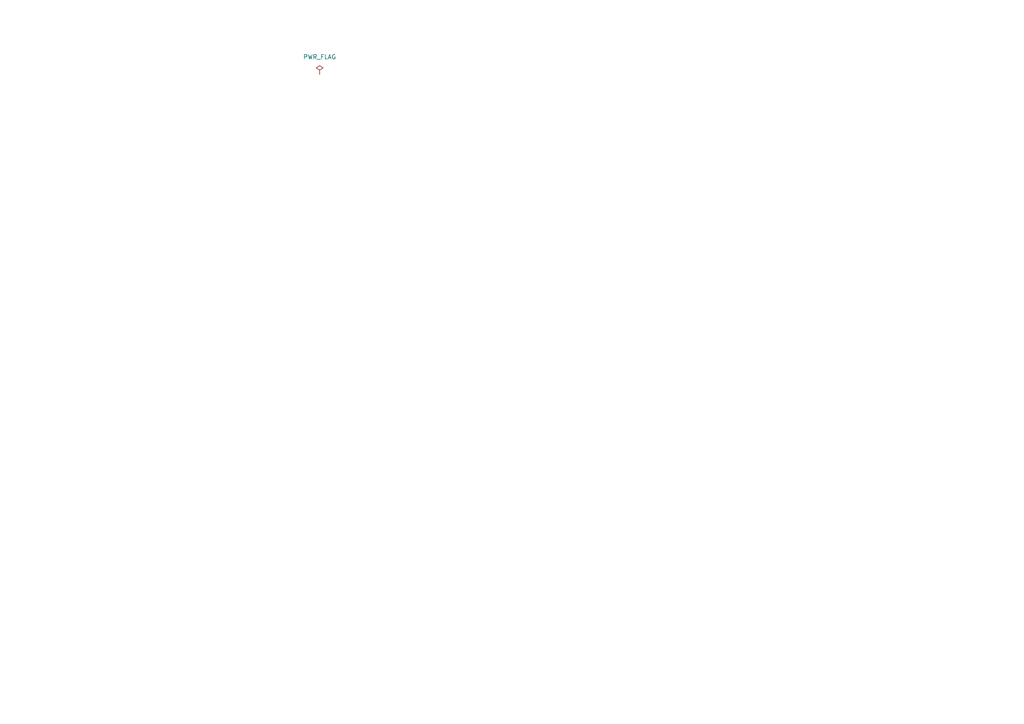
<source format=kicad_sch>
(kicad_sch (version 20250114) (generator "eeschema") (generator_version "9.0")
  (paper "A4")
  (lib_symbols
    (symbol "power:PWR_FLAG" (power) (pin_numbers (hide yes)) (pin_names (offset 0) (hide yes))
      (property "Value" "PWR_FLAG" (at 0 3.81 0))
      (symbol "PWR_FLAG_0_0"
        (pin power_out line (at 0 0 90) (length 0) (name "~") (number "1"))
      )
      (symbol "PWR_FLAG_0_1"
        (polyline (pts (xy 0 0) (xy 0 1.27) (xy -1.016 1.905) (xy 0 2.54) (xy 1.016 1.905) (xy 0 1.27)))
      )
    )
  )
  (symbol (lib_id "power:PWR_FLAG") (at 92.71 21.59 0) (unit 1)
    (property "Reference" "#FLG02" (effects (hide yes)))
    (property "Value" "PWR_FLAG" (at 92.71 16.51 0))
    (property "Description" "Special symbol for telling ERC where power comes from" (effects (hide yes)))
  )
)
</source>
